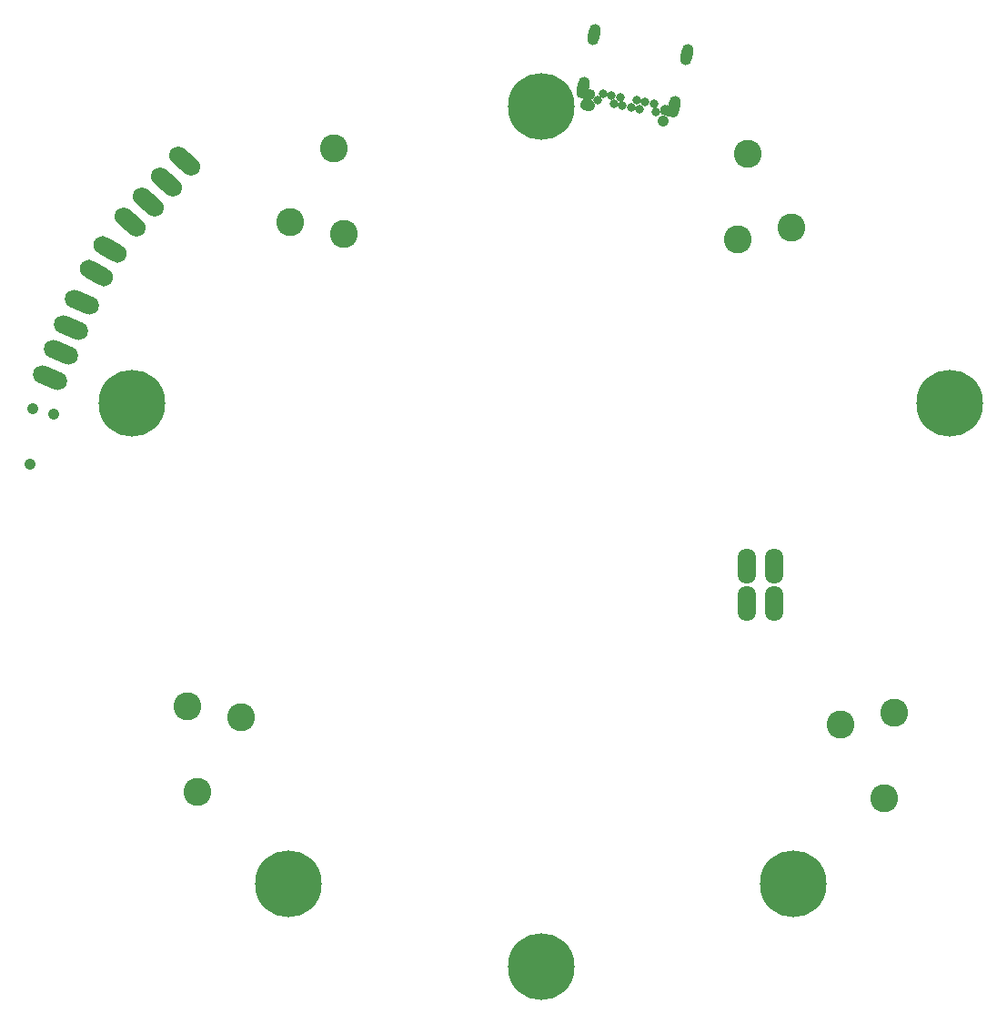
<source format=gbs>
G04 Layer_Color=16711935*
%FSLAX25Y25*%
%MOIN*%
G70*
G01*
G75*
G04:AMPARAMS|DCode=133|XSize=78.87mil|YSize=43.43mil|CornerRadius=0mil|HoleSize=0mil|Usage=FLASHONLY|Rotation=258.000|XOffset=0mil|YOffset=0mil|HoleType=Round|Shape=Round|*
%AMOVALD133*
21,1,0.03543,0.04343,0.00000,0.00000,258.0*
1,1,0.04343,0.00368,0.01733*
1,1,0.04343,-0.00368,-0.01733*
%
%ADD133OVALD133*%

%ADD134C,0.03162*%
G04:AMPARAMS|DCode=135|XSize=70.99mil|YSize=39.5mil|CornerRadius=0mil|HoleSize=0mil|Usage=FLASHONLY|Rotation=348.000|XOffset=0mil|YOffset=0mil|HoleType=Round|Shape=Round|*
%AMOVALD135*
21,1,0.03150,0.03950,0.00000,0.00000,348.0*
1,1,0.03950,-0.01540,0.00327*
1,1,0.03950,0.01540,-0.00327*
%
%ADD135OVALD135*%

%ADD136C,0.04147*%
G04:AMPARAMS|DCode=137|XSize=67.06mil|YSize=130.05mil|CornerRadius=0mil|HoleSize=0mil|Usage=FLASHONLY|Rotation=240.000|XOffset=0mil|YOffset=0mil|HoleType=Round|Shape=Round|*
%AMOVALD137*
21,1,0.06299,0.06706,0.00000,0.00000,330.0*
1,1,0.06706,-0.02728,0.01575*
1,1,0.06706,0.02728,-0.01575*
%
%ADD137OVALD137*%

%ADD138C,0.04200*%
G04:AMPARAMS|DCode=139|XSize=67.06mil|YSize=130.05mil|CornerRadius=0mil|HoleSize=0mil|Usage=FLASHONLY|Rotation=247.000|XOffset=0mil|YOffset=0mil|HoleType=Round|Shape=Round|*
%AMOVALD139*
21,1,0.06299,0.06706,0.00000,0.00000,337.0*
1,1,0.06706,-0.02899,0.01231*
1,1,0.06706,0.02899,-0.01231*
%
%ADD139OVALD139*%

G04:AMPARAMS|DCode=140|XSize=67.06mil|YSize=130.05mil|CornerRadius=0mil|HoleSize=0mil|Usage=FLASHONLY|Rotation=228.000|XOffset=0mil|YOffset=0mil|HoleType=Round|Shape=Round|*
%AMOVALD140*
21,1,0.06299,0.06706,0.00000,0.00000,318.0*
1,1,0.06706,-0.02341,0.02108*
1,1,0.06706,0.02341,-0.02108*
%
%ADD140OVALD140*%

%ADD141O,0.06706X0.13005*%
%ADD142C,0.10249*%
%ADD143C,0.24422*%
G36*
X16816Y160125D02*
X16922Y160102D01*
X18077Y159857D01*
X18183Y159834D01*
X18389Y159767D01*
X18587Y159679D01*
X18775Y159571D01*
X18950Y159443D01*
X19111Y159299D01*
X19256Y159137D01*
X19383Y158962D01*
X19492Y158775D01*
X19580Y158577D01*
X19647Y158371D01*
X19692Y158159D01*
X19714Y157943D01*
Y157727D01*
X19692Y157511D01*
X19647Y157299D01*
X19580Y157093D01*
X19492Y156895D01*
X19383Y156708D01*
X19256Y156532D01*
X19111Y156371D01*
X18950Y156226D01*
X18775Y156099D01*
X18587Y155991D01*
X18389Y155903D01*
X18183Y155836D01*
X17971Y155791D01*
X17756Y155768D01*
X17539Y155768D01*
X17324Y155791D01*
X17218Y155813D01*
X16062Y156059D01*
X15957Y156081D01*
X15751Y156148D01*
X15553Y156236D01*
X15365Y156344D01*
X15190Y156472D01*
X15029Y156617D01*
X14884Y156778D01*
X14757Y156953D01*
X14648Y157141D01*
X14560Y157339D01*
X14493Y157545D01*
X14448Y157756D01*
X14425Y157972D01*
Y158189D01*
X14448Y158404D01*
X14493Y158616D01*
X14560Y158822D01*
X14648Y159020D01*
X14756Y159208D01*
X14884Y159383D01*
X15029Y159544D01*
X15190Y159689D01*
X15365Y159816D01*
X15552Y159924D01*
X15750Y160013D01*
X15957Y160080D01*
X16168Y160125D01*
X16384Y160147D01*
X16600Y160147D01*
X16816Y160125D01*
D02*
G37*
D133*
X19400Y183600D02*
D03*
X53300Y176400D02*
D03*
X15486Y164332D02*
D03*
X48836Y157243D02*
D03*
D134*
X22796Y162174D02*
D03*
X25877Y161519D02*
D03*
X28958Y160864D02*
D03*
X41281Y158245D02*
D03*
X38200Y158900D02*
D03*
X35119Y159555D02*
D03*
X20683Y159806D02*
D03*
X26844Y158496D02*
D03*
X29925Y157841D02*
D03*
X42248Y155222D02*
D03*
X36087Y156532D02*
D03*
X33006Y157187D02*
D03*
D135*
X47175Y155584D02*
D03*
X16329Y162140D02*
D03*
D136*
X17070Y157958D02*
D03*
X44797Y152064D02*
D03*
D137*
X-163000Y96340D02*
D03*
X-158000Y105000D02*
D03*
D138*
X-178625Y44840D02*
D03*
X-186388Y46775D02*
D03*
X-187345Y26402D02*
D03*
D139*
X-179920Y58103D02*
D03*
X-176013Y67308D02*
D03*
X-172106Y76513D02*
D03*
X-168198Y85718D02*
D03*
D140*
X-150500Y115000D02*
D03*
X-143809Y122431D02*
D03*
X-137117Y129863D02*
D03*
X-130426Y137294D02*
D03*
D141*
X85500Y-24500D02*
D03*
X75500Y-24500D02*
D03*
X85500Y-11000D02*
D03*
X75500D02*
D03*
D142*
X72044Y108734D02*
D03*
X91683Y112909D02*
D03*
X75643Y140088D02*
D03*
X-91928Y114903D02*
D03*
X-72289Y110729D02*
D03*
X-75888Y142082D02*
D03*
X-109923Y-66329D02*
D03*
X-129563Y-62154D02*
D03*
X-125964Y-93508D02*
D03*
X129399Y-64646D02*
D03*
X109759Y-68821D02*
D03*
X125800Y-96000D02*
D03*
D143*
X92565Y-127404D02*
D03*
X-92565D02*
D03*
X0Y-157480D02*
D03*
X149773Y48664D02*
D03*
X-0Y157480D02*
D03*
X-149773Y48664D02*
D03*
M02*

</source>
